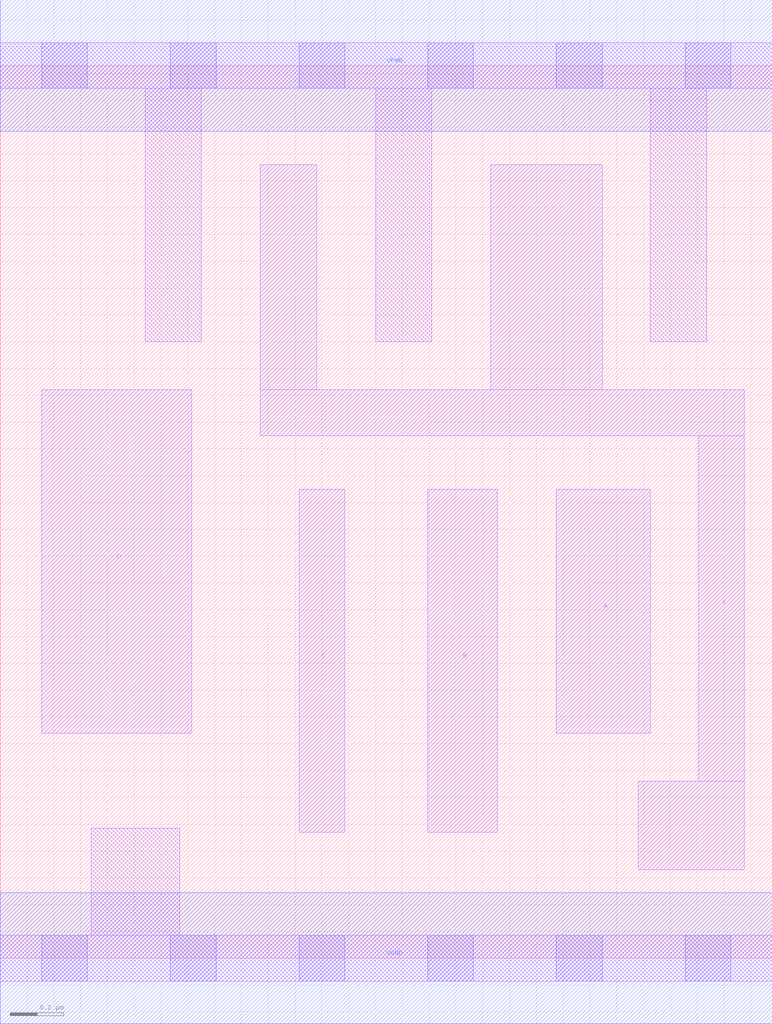
<source format=lef>
# Copyright 2020 The SkyWater PDK Authors
#
# Licensed under the Apache License, Version 2.0 (the "License");
# you may not use this file except in compliance with the License.
# You may obtain a copy of the License at
#
#     https://www.apache.org/licenses/LICENSE-2.0
#
# Unless required by applicable law or agreed to in writing, software
# distributed under the License is distributed on an "AS IS" BASIS,
# WITHOUT WARRANTIES OR CONDITIONS OF ANY KIND, either express or implied.
# See the License for the specific language governing permissions and
# limitations under the License.
#
# SPDX-License-Identifier: Apache-2.0

VERSION 5.7 ;
  NAMESCASESENSITIVE ON ;
  NOWIREEXTENSIONATPIN ON ;
  DIVIDERCHAR "/" ;
  BUSBITCHARS "[]" ;
UNITS
  DATABASE MICRONS 200 ;
END UNITS
MACRO sky130_fd_sc_lp__nand4_m
  CLASS CORE ;
  SOURCE USER ;
  FOREIGN sky130_fd_sc_lp__nand4_m ;
  ORIGIN  0.000000  0.000000 ;
  SIZE  2.880000 BY  3.330000 ;
  SYMMETRY X Y R90 ;
  SITE unit ;
  PIN A
    ANTENNAGATEAREA  0.126000 ;
    DIRECTION INPUT ;
    USE SIGNAL ;
    PORT
      LAYER li1 ;
        RECT 2.075000 0.840000 2.425000 1.750000 ;
    END
  END A
  PIN B
    ANTENNAGATEAREA  0.126000 ;
    DIRECTION INPUT ;
    USE SIGNAL ;
    PORT
      LAYER li1 ;
        RECT 1.595000 0.470000 1.855000 1.750000 ;
    END
  END B
  PIN C
    ANTENNAGATEAREA  0.126000 ;
    DIRECTION INPUT ;
    USE SIGNAL ;
    PORT
      LAYER li1 ;
        RECT 1.115000 0.470000 1.285000 1.750000 ;
    END
  END C
  PIN D
    ANTENNAGATEAREA  0.126000 ;
    DIRECTION INPUT ;
    USE SIGNAL ;
    PORT
      LAYER li1 ;
        RECT 0.155000 0.840000 0.715000 2.120000 ;
    END
  END D
  PIN Y
    ANTENNADIFFAREA  0.354900 ;
    DIRECTION OUTPUT ;
    USE SIGNAL ;
    PORT
      LAYER li1 ;
        RECT 0.970000 1.950000 2.775000 2.120000 ;
        RECT 0.970000 2.120000 1.180000 2.960000 ;
        RECT 1.830000 2.120000 2.245000 2.960000 ;
        RECT 2.380000 0.330000 2.775000 0.660000 ;
        RECT 2.605000 0.660000 2.775000 1.950000 ;
    END
  END Y
  PIN VGND
    DIRECTION INOUT ;
    USE GROUND ;
    PORT
      LAYER met1 ;
        RECT 0.000000 -0.245000 2.880000 0.245000 ;
    END
  END VGND
  PIN VPWR
    DIRECTION INOUT ;
    USE POWER ;
    PORT
      LAYER met1 ;
        RECT 0.000000 3.085000 2.880000 3.575000 ;
    END
  END VPWR
  OBS
    LAYER li1 ;
      RECT 0.000000 -0.085000 2.880000 0.085000 ;
      RECT 0.000000  3.245000 2.880000 3.415000 ;
      RECT 0.340000  0.085000 0.670000 0.485000 ;
      RECT 0.540000  2.300000 0.750000 3.245000 ;
      RECT 1.400000  2.300000 1.610000 3.245000 ;
      RECT 2.425000  2.300000 2.635000 3.245000 ;
    LAYER mcon ;
      RECT 0.155000 -0.085000 0.325000 0.085000 ;
      RECT 0.155000  3.245000 0.325000 3.415000 ;
      RECT 0.635000 -0.085000 0.805000 0.085000 ;
      RECT 0.635000  3.245000 0.805000 3.415000 ;
      RECT 1.115000 -0.085000 1.285000 0.085000 ;
      RECT 1.115000  3.245000 1.285000 3.415000 ;
      RECT 1.595000 -0.085000 1.765000 0.085000 ;
      RECT 1.595000  3.245000 1.765000 3.415000 ;
      RECT 2.075000 -0.085000 2.245000 0.085000 ;
      RECT 2.075000  3.245000 2.245000 3.415000 ;
      RECT 2.555000 -0.085000 2.725000 0.085000 ;
      RECT 2.555000  3.245000 2.725000 3.415000 ;
  END
END sky130_fd_sc_lp__nand4_m
END LIBRARY

</source>
